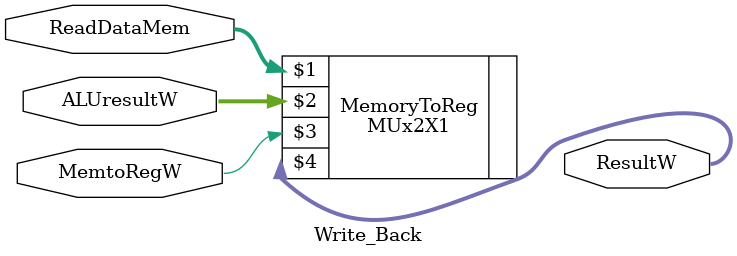
<source format=v>
`timescale 1ns / 1ps

module Write_Back
(

input [31:0] ReadDataMem, ALUresultW ,
input MemtoRegW ,

output [31:0] ResultW 
);


MUx2X1 #(32) MemoryToReg(ReadDataMem  , ALUresultW , MemtoRegW ,ResultW);

endmodule

</source>
